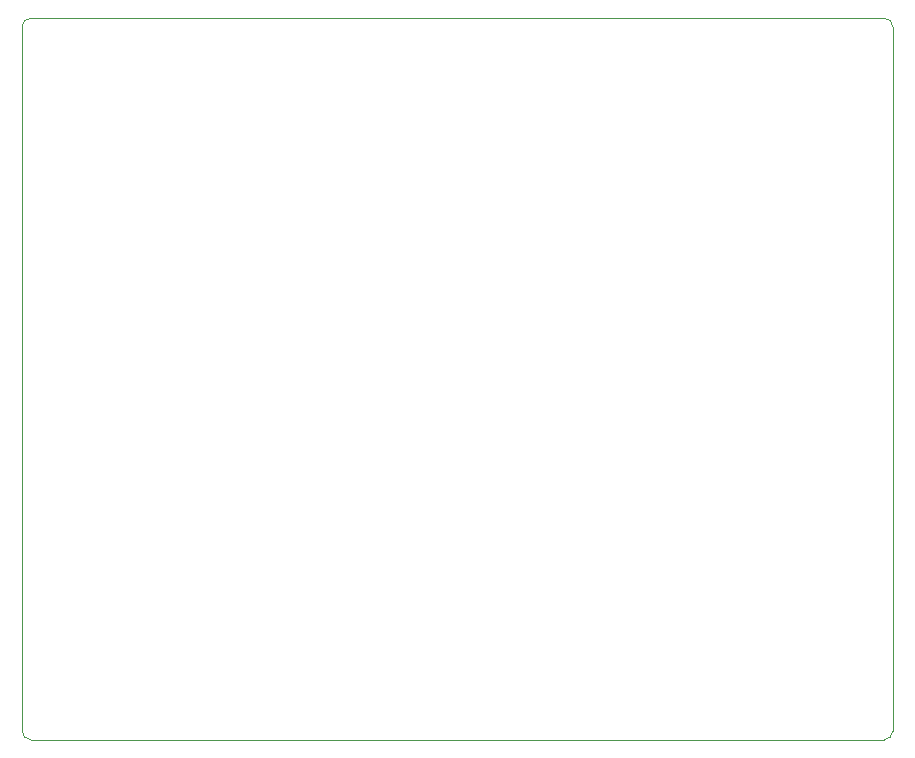
<source format=gbr>
%TF.GenerationSoftware,Altium Limited,Altium Designer,25.7.1 (20)*%
G04 Layer_Color=0*
%FSLAX45Y45*%
%MOMM*%
%TF.SameCoordinates,1AA72D45-9F13-4BD8-B423-63960E99F270*%
%TF.FilePolarity,Positive*%
%TF.FileFunction,Profile,NP*%
%TF.Part,Single*%
G01*
G75*
%TA.AperFunction,Profile*%
%ADD128C,0.02540*%
D128*
X0Y77495D02*
Y6034761D01*
D02*
G02*
X76073Y6110834I76073J0D01*
G01*
X7298842D01*
D02*
G02*
X7373747Y6035929I0J-74903D01*
G01*
X7373747Y76327D01*
D02*
G02*
X7297420Y0I-76326J-1D01*
G01*
X77495D01*
D02*
G02*
X0Y77495I0J77495D01*
G01*
%TF.MD5,2dbd528aa154556c11c9a8b64ee955ec*%
M02*

</source>
